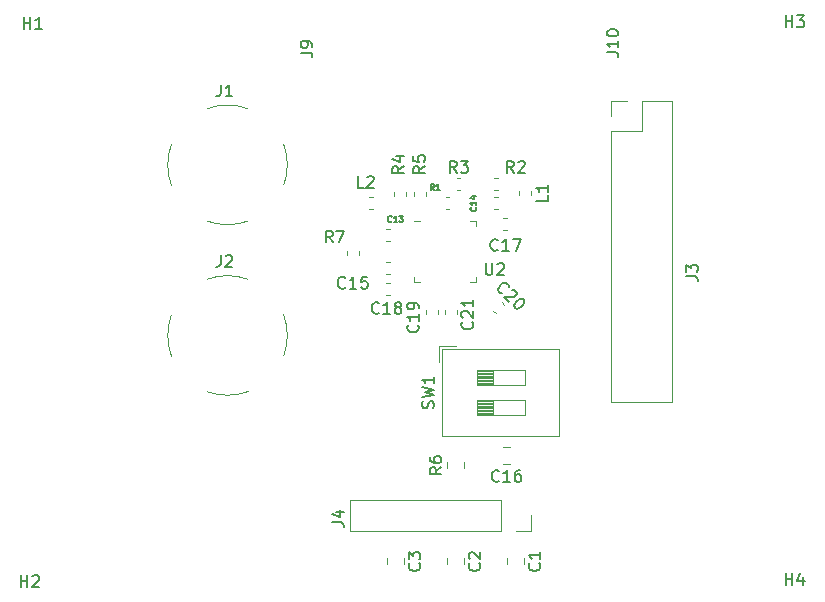
<source format=gbr>
G04 #@! TF.GenerationSoftware,KiCad,Pcbnew,(5.1.6)-1*
G04 #@! TF.CreationDate,2020-10-21T16:40:03-04:00*
G04 #@! TF.ProjectId,SAR_pcb,5341525f-7063-4622-9e6b-696361645f70,rev?*
G04 #@! TF.SameCoordinates,Original*
G04 #@! TF.FileFunction,Legend,Top*
G04 #@! TF.FilePolarity,Positive*
%FSLAX46Y46*%
G04 Gerber Fmt 4.6, Leading zero omitted, Abs format (unit mm)*
G04 Created by KiCad (PCBNEW (5.1.6)-1) date 2020-10-21 16:40:03*
%MOMM*%
%LPD*%
G01*
G04 APERTURE LIST*
%ADD10C,0.120000*%
%ADD11C,0.150000*%
%ADD12C,0.127000*%
G04 APERTURE END LIST*
D10*
G04 #@! TO.C,R7*
X141937200Y-93482479D02*
X141937200Y-93156921D01*
X140917200Y-93482479D02*
X140917200Y-93156921D01*
G04 #@! TO.C,R5*
X147576000Y-88529279D02*
X147576000Y-88203721D01*
X146556000Y-88529279D02*
X146556000Y-88203721D01*
G04 #@! TO.C,R4*
X144905000Y-88203721D02*
X144905000Y-88529279D01*
X145925000Y-88203721D02*
X145925000Y-88529279D01*
G04 #@! TO.C,R3*
X150205221Y-88013000D02*
X150530779Y-88013000D01*
X150205221Y-86993000D02*
X150530779Y-86993000D01*
G04 #@! TO.C,R2*
X153354721Y-88013000D02*
X153680279Y-88013000D01*
X153354721Y-86993000D02*
X153680279Y-86993000D01*
G04 #@! TO.C,R1*
X149267721Y-89664000D02*
X149593279Y-89664000D01*
X149267721Y-88644000D02*
X149593279Y-88644000D01*
G04 #@! TO.C,L2*
X143139279Y-88644000D02*
X142813721Y-88644000D01*
X143139279Y-89664000D02*
X142813721Y-89664000D01*
G04 #@! TO.C,C21*
X149223000Y-98160721D02*
X149223000Y-98486279D01*
X150243000Y-98160721D02*
X150243000Y-98486279D01*
G04 #@! TO.C,C20*
X153293920Y-98236769D02*
X153524125Y-98466974D01*
X154015169Y-97515520D02*
X154245374Y-97745725D01*
G04 #@! TO.C,C19*
X147572000Y-98160721D02*
X147572000Y-98486279D01*
X148592000Y-98160721D02*
X148592000Y-98486279D01*
G04 #@! TO.C,C18*
X144536279Y-95883000D02*
X144210721Y-95883000D01*
X144536279Y-96903000D02*
X144210721Y-96903000D01*
G04 #@! TO.C,C17*
X154167721Y-91442000D02*
X154493279Y-91442000D01*
X154167721Y-90422000D02*
X154493279Y-90422000D01*
G04 #@! TO.C,C15*
X144563932Y-94105000D02*
X144238374Y-94105000D01*
X144563932Y-95125000D02*
X144238374Y-95125000D01*
G04 #@! TO.C,C14*
X153405721Y-89664000D02*
X153731279Y-89664000D01*
X153405721Y-88644000D02*
X153731279Y-88644000D01*
G04 #@! TO.C,C13*
X144587279Y-91311000D02*
X144261721Y-91311000D01*
X144587279Y-92331000D02*
X144261721Y-92331000D01*
G04 #@! TO.C,C1*
X155904000Y-119199922D02*
X155904000Y-119717078D01*
X154484000Y-119199922D02*
X154484000Y-119717078D01*
G04 #@! TO.C,C2*
X149404000Y-119199922D02*
X149404000Y-119717078D01*
X150824000Y-119199922D02*
X150824000Y-119717078D01*
G04 #@! TO.C,C3*
X144324000Y-119199922D02*
X144324000Y-119717078D01*
X145744000Y-119199922D02*
X145744000Y-119717078D01*
G04 #@! TO.C,C16*
X154173422Y-111200000D02*
X154690578Y-111200000D01*
X154173422Y-109780000D02*
X154690578Y-109780000D01*
G04 #@! TO.C,J1*
X126046411Y-84177437D02*
G75*
G03*
X126060000Y-87640100I4763589J-1712663D01*
G01*
X129097337Y-90653689D02*
G75*
G03*
X132560000Y-90640100I1712663J4763589D01*
G01*
X135573589Y-87602763D02*
G75*
G03*
X135560000Y-84140100I-4763589J1712663D01*
G01*
X132522663Y-81126511D02*
G75*
G03*
X129060000Y-81140100I-1712663J-4763589D01*
G01*
G04 #@! TO.C,J2*
X132522663Y-95566411D02*
G75*
G03*
X129060000Y-95580000I-1712663J-4763589D01*
G01*
X135573589Y-102042663D02*
G75*
G03*
X135560000Y-98580000I-4763589J1712663D01*
G01*
X129097337Y-105093589D02*
G75*
G03*
X132560000Y-105080000I1712663J4763589D01*
G01*
X126046411Y-98617337D02*
G75*
G03*
X126060000Y-102080000I4763589J-1712663D01*
G01*
G04 #@! TO.C,J3*
X163262000Y-105978000D02*
X168462000Y-105978000D01*
X163262000Y-83058000D02*
X163262000Y-105978000D01*
X168462000Y-80458000D02*
X168462000Y-105978000D01*
X163262000Y-83058000D02*
X165862000Y-83058000D01*
X165862000Y-83058000D02*
X165862000Y-80458000D01*
X165862000Y-80458000D02*
X168462000Y-80458000D01*
X163262000Y-81788000D02*
X163262000Y-80458000D01*
X163262000Y-80458000D02*
X164592000Y-80458000D01*
G04 #@! TO.C,J4*
X153924000Y-114240000D02*
X153924000Y-116900000D01*
X153924000Y-114240000D02*
X141164000Y-114240000D01*
X141164000Y-114240000D02*
X141164000Y-116900000D01*
X153924000Y-116900000D02*
X141164000Y-116900000D01*
X156524000Y-116900000D02*
X155194000Y-116900000D01*
X156524000Y-115570000D02*
X156524000Y-116900000D01*
G04 #@! TO.C,L1*
X156466000Y-88127721D02*
X156466000Y-88453279D01*
X155446000Y-88127721D02*
X155446000Y-88453279D01*
G04 #@! TO.C,R6*
X149404000Y-111589078D02*
X149404000Y-111071922D01*
X150824000Y-111589078D02*
X150824000Y-111071922D01*
G04 #@! TO.C,SW1*
X148974000Y-101466000D02*
X158874000Y-101466000D01*
X148974000Y-108846000D02*
X158874000Y-108846000D01*
X148974000Y-101466000D02*
X148974000Y-108846000D01*
X158874000Y-101466000D02*
X158874000Y-108846000D01*
X148734000Y-101226000D02*
X150118000Y-101226000D01*
X148734000Y-101226000D02*
X148734000Y-102609000D01*
X151894000Y-103251000D02*
X151894000Y-104521000D01*
X151894000Y-104521000D02*
X155954000Y-104521000D01*
X155954000Y-104521000D02*
X155954000Y-103251000D01*
X155954000Y-103251000D02*
X151894000Y-103251000D01*
X151894000Y-103371000D02*
X153247333Y-103371000D01*
X151894000Y-103491000D02*
X153247333Y-103491000D01*
X151894000Y-103611000D02*
X153247333Y-103611000D01*
X151894000Y-103731000D02*
X153247333Y-103731000D01*
X151894000Y-103851000D02*
X153247333Y-103851000D01*
X151894000Y-103971000D02*
X153247333Y-103971000D01*
X151894000Y-104091000D02*
X153247333Y-104091000D01*
X151894000Y-104211000D02*
X153247333Y-104211000D01*
X151894000Y-104331000D02*
X153247333Y-104331000D01*
X151894000Y-104451000D02*
X153247333Y-104451000D01*
X153247333Y-103251000D02*
X153247333Y-104521000D01*
X151894000Y-105791000D02*
X151894000Y-107061000D01*
X151894000Y-107061000D02*
X155954000Y-107061000D01*
X155954000Y-107061000D02*
X155954000Y-105791000D01*
X155954000Y-105791000D02*
X151894000Y-105791000D01*
X151894000Y-105911000D02*
X153247333Y-105911000D01*
X151894000Y-106031000D02*
X153247333Y-106031000D01*
X151894000Y-106151000D02*
X153247333Y-106151000D01*
X151894000Y-106271000D02*
X153247333Y-106271000D01*
X151894000Y-106391000D02*
X153247333Y-106391000D01*
X151894000Y-106511000D02*
X153247333Y-106511000D01*
X151894000Y-106631000D02*
X153247333Y-106631000D01*
X151894000Y-106751000D02*
X153247333Y-106751000D01*
X151894000Y-106871000D02*
X153247333Y-106871000D01*
X151894000Y-106991000D02*
X153247333Y-106991000D01*
X153247333Y-105791000D02*
X153247333Y-107061000D01*
G04 #@! TO.C,U2*
X151339680Y-90623240D02*
X151814680Y-90623240D01*
X151814680Y-90623240D02*
X151814680Y-91098240D01*
X147069680Y-95843240D02*
X146594680Y-95843240D01*
X146594680Y-95843240D02*
X146594680Y-95368240D01*
X151339680Y-95843240D02*
X151814680Y-95843240D01*
X151814680Y-95843240D02*
X151814680Y-95368240D01*
X147069680Y-90623240D02*
X146594680Y-90623240D01*
G04 #@! TO.C,R7*
D11*
X139698433Y-92451180D02*
X139365100Y-91974990D01*
X139127004Y-92451180D02*
X139127004Y-91451180D01*
X139507957Y-91451180D01*
X139603195Y-91498800D01*
X139650814Y-91546419D01*
X139698433Y-91641657D01*
X139698433Y-91784514D01*
X139650814Y-91879752D01*
X139603195Y-91927371D01*
X139507957Y-91974990D01*
X139127004Y-91974990D01*
X140031766Y-91451180D02*
X140698433Y-91451180D01*
X140269861Y-92451180D01*
G04 #@! TO.C,R5*
X147518380Y-86018666D02*
X147042190Y-86352000D01*
X147518380Y-86590095D02*
X146518380Y-86590095D01*
X146518380Y-86209142D01*
X146566000Y-86113904D01*
X146613619Y-86066285D01*
X146708857Y-86018666D01*
X146851714Y-86018666D01*
X146946952Y-86066285D01*
X146994571Y-86113904D01*
X147042190Y-86209142D01*
X147042190Y-86590095D01*
X146518380Y-85113904D02*
X146518380Y-85590095D01*
X146994571Y-85637714D01*
X146946952Y-85590095D01*
X146899333Y-85494857D01*
X146899333Y-85256761D01*
X146946952Y-85161523D01*
X146994571Y-85113904D01*
X147089809Y-85066285D01*
X147327904Y-85066285D01*
X147423142Y-85113904D01*
X147470761Y-85161523D01*
X147518380Y-85256761D01*
X147518380Y-85494857D01*
X147470761Y-85590095D01*
X147423142Y-85637714D01*
G04 #@! TO.C,R4*
X145740380Y-86018666D02*
X145264190Y-86352000D01*
X145740380Y-86590095D02*
X144740380Y-86590095D01*
X144740380Y-86209142D01*
X144788000Y-86113904D01*
X144835619Y-86066285D01*
X144930857Y-86018666D01*
X145073714Y-86018666D01*
X145168952Y-86066285D01*
X145216571Y-86113904D01*
X145264190Y-86209142D01*
X145264190Y-86590095D01*
X145073714Y-85161523D02*
X145740380Y-85161523D01*
X144692761Y-85399619D02*
X145407047Y-85637714D01*
X145407047Y-85018666D01*
G04 #@! TO.C,R3*
X150201333Y-86558380D02*
X149868000Y-86082190D01*
X149629904Y-86558380D02*
X149629904Y-85558380D01*
X150010857Y-85558380D01*
X150106095Y-85606000D01*
X150153714Y-85653619D01*
X150201333Y-85748857D01*
X150201333Y-85891714D01*
X150153714Y-85986952D01*
X150106095Y-86034571D01*
X150010857Y-86082190D01*
X149629904Y-86082190D01*
X150534666Y-85558380D02*
X151153714Y-85558380D01*
X150820380Y-85939333D01*
X150963238Y-85939333D01*
X151058476Y-85986952D01*
X151106095Y-86034571D01*
X151153714Y-86129809D01*
X151153714Y-86367904D01*
X151106095Y-86463142D01*
X151058476Y-86510761D01*
X150963238Y-86558380D01*
X150677523Y-86558380D01*
X150582285Y-86510761D01*
X150534666Y-86463142D01*
G04 #@! TO.C,R2*
X155027333Y-86558380D02*
X154694000Y-86082190D01*
X154455904Y-86558380D02*
X154455904Y-85558380D01*
X154836857Y-85558380D01*
X154932095Y-85606000D01*
X154979714Y-85653619D01*
X155027333Y-85748857D01*
X155027333Y-85891714D01*
X154979714Y-85986952D01*
X154932095Y-86034571D01*
X154836857Y-86082190D01*
X154455904Y-86082190D01*
X155408285Y-85653619D02*
X155455904Y-85606000D01*
X155551142Y-85558380D01*
X155789238Y-85558380D01*
X155884476Y-85606000D01*
X155932095Y-85653619D01*
X155979714Y-85748857D01*
X155979714Y-85844095D01*
X155932095Y-85986952D01*
X155360666Y-86558380D01*
X155979714Y-86558380D01*
G04 #@! TO.C,R1*
D12*
X148289433Y-88012209D02*
X148120100Y-87770304D01*
X147999147Y-88012209D02*
X147999147Y-87504209D01*
X148192671Y-87504209D01*
X148241052Y-87528400D01*
X148265242Y-87552590D01*
X148289433Y-87600971D01*
X148289433Y-87673542D01*
X148265242Y-87721923D01*
X148241052Y-87746114D01*
X148192671Y-87770304D01*
X147999147Y-87770304D01*
X148773242Y-88012209D02*
X148482957Y-88012209D01*
X148628100Y-88012209D02*
X148628100Y-87504209D01*
X148579719Y-87576780D01*
X148531338Y-87625161D01*
X148482957Y-87649352D01*
G04 #@! TO.C,L2*
D11*
X142327333Y-87828380D02*
X141851142Y-87828380D01*
X141851142Y-86828380D01*
X142613047Y-86923619D02*
X142660666Y-86876000D01*
X142755904Y-86828380D01*
X142994000Y-86828380D01*
X143089238Y-86876000D01*
X143136857Y-86923619D01*
X143184476Y-87018857D01*
X143184476Y-87114095D01*
X143136857Y-87256952D01*
X142565428Y-87828380D01*
X143184476Y-87828380D01*
G04 #@! TO.C,C21*
X151520142Y-99194857D02*
X151567761Y-99242476D01*
X151615380Y-99385333D01*
X151615380Y-99480571D01*
X151567761Y-99623428D01*
X151472523Y-99718666D01*
X151377285Y-99766285D01*
X151186809Y-99813904D01*
X151043952Y-99813904D01*
X150853476Y-99766285D01*
X150758238Y-99718666D01*
X150663000Y-99623428D01*
X150615380Y-99480571D01*
X150615380Y-99385333D01*
X150663000Y-99242476D01*
X150710619Y-99194857D01*
X150710619Y-98813904D02*
X150663000Y-98766285D01*
X150615380Y-98671047D01*
X150615380Y-98432952D01*
X150663000Y-98337714D01*
X150710619Y-98290095D01*
X150805857Y-98242476D01*
X150901095Y-98242476D01*
X151043952Y-98290095D01*
X151615380Y-98861523D01*
X151615380Y-98242476D01*
X151615380Y-97290095D02*
X151615380Y-97861523D01*
X151615380Y-97575809D02*
X150615380Y-97575809D01*
X150758238Y-97671047D01*
X150853476Y-97766285D01*
X150901095Y-97861523D01*
G04 #@! TO.C,C20*
X154073703Y-96778053D02*
X154006359Y-96778053D01*
X153871672Y-96710709D01*
X153804329Y-96643366D01*
X153736985Y-96508679D01*
X153736985Y-96373992D01*
X153770657Y-96272977D01*
X153871672Y-96104618D01*
X153972687Y-96003603D01*
X154141046Y-95902587D01*
X154242061Y-95868916D01*
X154376748Y-95868916D01*
X154511435Y-95936259D01*
X154578779Y-96003603D01*
X154646122Y-96138290D01*
X154646122Y-96205633D01*
X154915497Y-96475007D02*
X154982840Y-96475007D01*
X155083855Y-96508679D01*
X155252214Y-96677038D01*
X155285886Y-96778053D01*
X155285886Y-96845396D01*
X155252214Y-96946412D01*
X155184871Y-97013755D01*
X155050184Y-97081099D01*
X154242061Y-97081099D01*
X154679794Y-97518832D01*
X155824634Y-97249458D02*
X155891977Y-97316801D01*
X155925649Y-97417816D01*
X155925649Y-97485160D01*
X155891977Y-97586175D01*
X155790962Y-97754534D01*
X155622603Y-97922893D01*
X155454245Y-98023908D01*
X155353229Y-98057580D01*
X155285886Y-98057580D01*
X155184871Y-98023908D01*
X155117527Y-97956564D01*
X155083855Y-97855549D01*
X155083855Y-97788206D01*
X155117527Y-97687190D01*
X155218542Y-97518832D01*
X155386901Y-97350473D01*
X155555260Y-97249458D01*
X155656275Y-97215786D01*
X155723619Y-97215786D01*
X155824634Y-97249458D01*
G04 #@! TO.C,C19*
X146915142Y-99448857D02*
X146962761Y-99496476D01*
X147010380Y-99639333D01*
X147010380Y-99734571D01*
X146962761Y-99877428D01*
X146867523Y-99972666D01*
X146772285Y-100020285D01*
X146581809Y-100067904D01*
X146438952Y-100067904D01*
X146248476Y-100020285D01*
X146153238Y-99972666D01*
X146058000Y-99877428D01*
X146010380Y-99734571D01*
X146010380Y-99639333D01*
X146058000Y-99496476D01*
X146105619Y-99448857D01*
X147010380Y-98496476D02*
X147010380Y-99067904D01*
X147010380Y-98782190D02*
X146010380Y-98782190D01*
X146153238Y-98877428D01*
X146248476Y-98972666D01*
X146296095Y-99067904D01*
X147010380Y-98020285D02*
X147010380Y-97829809D01*
X146962761Y-97734571D01*
X146915142Y-97686952D01*
X146772285Y-97591714D01*
X146581809Y-97544095D01*
X146200857Y-97544095D01*
X146105619Y-97591714D01*
X146058000Y-97639333D01*
X146010380Y-97734571D01*
X146010380Y-97925047D01*
X146058000Y-98020285D01*
X146105619Y-98067904D01*
X146200857Y-98115523D01*
X146438952Y-98115523D01*
X146534190Y-98067904D01*
X146581809Y-98020285D01*
X146629428Y-97925047D01*
X146629428Y-97734571D01*
X146581809Y-97639333D01*
X146534190Y-97591714D01*
X146438952Y-97544095D01*
G04 #@! TO.C,C18*
X143629142Y-98401142D02*
X143581523Y-98448761D01*
X143438666Y-98496380D01*
X143343428Y-98496380D01*
X143200571Y-98448761D01*
X143105333Y-98353523D01*
X143057714Y-98258285D01*
X143010095Y-98067809D01*
X143010095Y-97924952D01*
X143057714Y-97734476D01*
X143105333Y-97639238D01*
X143200571Y-97544000D01*
X143343428Y-97496380D01*
X143438666Y-97496380D01*
X143581523Y-97544000D01*
X143629142Y-97591619D01*
X144581523Y-98496380D02*
X144010095Y-98496380D01*
X144295809Y-98496380D02*
X144295809Y-97496380D01*
X144200571Y-97639238D01*
X144105333Y-97734476D01*
X144010095Y-97782095D01*
X145152952Y-97924952D02*
X145057714Y-97877333D01*
X145010095Y-97829714D01*
X144962476Y-97734476D01*
X144962476Y-97686857D01*
X145010095Y-97591619D01*
X145057714Y-97544000D01*
X145152952Y-97496380D01*
X145343428Y-97496380D01*
X145438666Y-97544000D01*
X145486285Y-97591619D01*
X145533904Y-97686857D01*
X145533904Y-97734476D01*
X145486285Y-97829714D01*
X145438666Y-97877333D01*
X145343428Y-97924952D01*
X145152952Y-97924952D01*
X145057714Y-97972571D01*
X145010095Y-98020190D01*
X144962476Y-98115428D01*
X144962476Y-98305904D01*
X145010095Y-98401142D01*
X145057714Y-98448761D01*
X145152952Y-98496380D01*
X145343428Y-98496380D01*
X145438666Y-98448761D01*
X145486285Y-98401142D01*
X145533904Y-98305904D01*
X145533904Y-98115428D01*
X145486285Y-98020190D01*
X145438666Y-97972571D01*
X145343428Y-97924952D01*
G04 #@! TO.C,C17*
X153687642Y-93067142D02*
X153640023Y-93114761D01*
X153497166Y-93162380D01*
X153401928Y-93162380D01*
X153259071Y-93114761D01*
X153163833Y-93019523D01*
X153116214Y-92924285D01*
X153068595Y-92733809D01*
X153068595Y-92590952D01*
X153116214Y-92400476D01*
X153163833Y-92305238D01*
X153259071Y-92210000D01*
X153401928Y-92162380D01*
X153497166Y-92162380D01*
X153640023Y-92210000D01*
X153687642Y-92257619D01*
X154640023Y-93162380D02*
X154068595Y-93162380D01*
X154354309Y-93162380D02*
X154354309Y-92162380D01*
X154259071Y-92305238D01*
X154163833Y-92400476D01*
X154068595Y-92448095D01*
X154973357Y-92162380D02*
X155640023Y-92162380D01*
X155211452Y-93162380D01*
G04 #@! TO.C,C15*
X140771642Y-96267542D02*
X140724023Y-96315161D01*
X140581166Y-96362780D01*
X140485928Y-96362780D01*
X140343071Y-96315161D01*
X140247833Y-96219923D01*
X140200214Y-96124685D01*
X140152595Y-95934209D01*
X140152595Y-95791352D01*
X140200214Y-95600876D01*
X140247833Y-95505638D01*
X140343071Y-95410400D01*
X140485928Y-95362780D01*
X140581166Y-95362780D01*
X140724023Y-95410400D01*
X140771642Y-95458019D01*
X141724023Y-96362780D02*
X141152595Y-96362780D01*
X141438309Y-96362780D02*
X141438309Y-95362780D01*
X141343071Y-95505638D01*
X141247833Y-95600876D01*
X141152595Y-95648495D01*
X142628785Y-95362780D02*
X142152595Y-95362780D01*
X142104976Y-95838971D01*
X142152595Y-95791352D01*
X142247833Y-95743733D01*
X142485928Y-95743733D01*
X142581166Y-95791352D01*
X142628785Y-95838971D01*
X142676404Y-95934209D01*
X142676404Y-96172304D01*
X142628785Y-96267542D01*
X142581166Y-96315161D01*
X142485928Y-96362780D01*
X142247833Y-96362780D01*
X142152595Y-96315161D01*
X142104976Y-96267542D01*
G04 #@! TO.C,C14*
D12*
X151819428Y-89480571D02*
X151843619Y-89504761D01*
X151867809Y-89577333D01*
X151867809Y-89625714D01*
X151843619Y-89698285D01*
X151795238Y-89746666D01*
X151746857Y-89770857D01*
X151650095Y-89795047D01*
X151577523Y-89795047D01*
X151480761Y-89770857D01*
X151432380Y-89746666D01*
X151384000Y-89698285D01*
X151359809Y-89625714D01*
X151359809Y-89577333D01*
X151384000Y-89504761D01*
X151408190Y-89480571D01*
X151867809Y-88996761D02*
X151867809Y-89287047D01*
X151867809Y-89141904D02*
X151359809Y-89141904D01*
X151432380Y-89190285D01*
X151480761Y-89238666D01*
X151504952Y-89287047D01*
X151529142Y-88561333D02*
X151867809Y-88561333D01*
X151335619Y-88682285D02*
X151698476Y-88803238D01*
X151698476Y-88488761D01*
G04 #@! TO.C,C13*
X144694728Y-90681628D02*
X144670538Y-90705819D01*
X144597966Y-90730009D01*
X144549585Y-90730009D01*
X144477014Y-90705819D01*
X144428633Y-90657438D01*
X144404442Y-90609057D01*
X144380252Y-90512295D01*
X144380252Y-90439723D01*
X144404442Y-90342961D01*
X144428633Y-90294580D01*
X144477014Y-90246200D01*
X144549585Y-90222009D01*
X144597966Y-90222009D01*
X144670538Y-90246200D01*
X144694728Y-90270390D01*
X145178538Y-90730009D02*
X144888252Y-90730009D01*
X145033395Y-90730009D02*
X145033395Y-90222009D01*
X144985014Y-90294580D01*
X144936633Y-90342961D01*
X144888252Y-90367152D01*
X145347871Y-90222009D02*
X145662347Y-90222009D01*
X145493014Y-90415533D01*
X145565585Y-90415533D01*
X145613966Y-90439723D01*
X145638157Y-90463914D01*
X145662347Y-90512295D01*
X145662347Y-90633247D01*
X145638157Y-90681628D01*
X145613966Y-90705819D01*
X145565585Y-90730009D01*
X145420442Y-90730009D01*
X145372061Y-90705819D01*
X145347871Y-90681628D01*
G04 #@! TO.C,J10*
D11*
X162901380Y-76374523D02*
X163615666Y-76374523D01*
X163758523Y-76422142D01*
X163853761Y-76517380D01*
X163901380Y-76660238D01*
X163901380Y-76755476D01*
X163901380Y-75374523D02*
X163901380Y-75945952D01*
X163901380Y-75660238D02*
X162901380Y-75660238D01*
X163044238Y-75755476D01*
X163139476Y-75850714D01*
X163187095Y-75945952D01*
X162901380Y-74755476D02*
X162901380Y-74660238D01*
X162949000Y-74565000D01*
X162996619Y-74517380D01*
X163091857Y-74469761D01*
X163282333Y-74422142D01*
X163520428Y-74422142D01*
X163710904Y-74469761D01*
X163806142Y-74517380D01*
X163853761Y-74565000D01*
X163901380Y-74660238D01*
X163901380Y-74755476D01*
X163853761Y-74850714D01*
X163806142Y-74898333D01*
X163710904Y-74945952D01*
X163520428Y-74993571D01*
X163282333Y-74993571D01*
X163091857Y-74945952D01*
X162996619Y-74898333D01*
X162949000Y-74850714D01*
X162901380Y-74755476D01*
G04 #@! TO.C,J9*
X136993380Y-76394412D02*
X137707666Y-76394412D01*
X137850523Y-76442031D01*
X137945761Y-76537269D01*
X137993380Y-76680126D01*
X137993380Y-76775364D01*
X137993380Y-75870602D02*
X137993380Y-75680126D01*
X137945761Y-75584888D01*
X137898142Y-75537269D01*
X137755285Y-75442031D01*
X137564809Y-75394412D01*
X137183857Y-75394412D01*
X137088619Y-75442031D01*
X137041000Y-75489650D01*
X136993380Y-75584888D01*
X136993380Y-75775364D01*
X137041000Y-75870602D01*
X137088619Y-75918221D01*
X137183857Y-75965840D01*
X137421952Y-75965840D01*
X137517190Y-75918221D01*
X137564809Y-75870602D01*
X137612428Y-75775364D01*
X137612428Y-75584888D01*
X137564809Y-75489650D01*
X137517190Y-75442031D01*
X137421952Y-75394412D01*
G04 #@! TO.C,C1*
X157201142Y-119625166D02*
X157248761Y-119672785D01*
X157296380Y-119815642D01*
X157296380Y-119910880D01*
X157248761Y-120053738D01*
X157153523Y-120148976D01*
X157058285Y-120196595D01*
X156867809Y-120244214D01*
X156724952Y-120244214D01*
X156534476Y-120196595D01*
X156439238Y-120148976D01*
X156344000Y-120053738D01*
X156296380Y-119910880D01*
X156296380Y-119815642D01*
X156344000Y-119672785D01*
X156391619Y-119625166D01*
X157296380Y-118672785D02*
X157296380Y-119244214D01*
X157296380Y-118958500D02*
X156296380Y-118958500D01*
X156439238Y-119053738D01*
X156534476Y-119148976D01*
X156582095Y-119244214D01*
G04 #@! TO.C,C2*
X152121142Y-119625166D02*
X152168761Y-119672785D01*
X152216380Y-119815642D01*
X152216380Y-119910880D01*
X152168761Y-120053738D01*
X152073523Y-120148976D01*
X151978285Y-120196595D01*
X151787809Y-120244214D01*
X151644952Y-120244214D01*
X151454476Y-120196595D01*
X151359238Y-120148976D01*
X151264000Y-120053738D01*
X151216380Y-119910880D01*
X151216380Y-119815642D01*
X151264000Y-119672785D01*
X151311619Y-119625166D01*
X151311619Y-119244214D02*
X151264000Y-119196595D01*
X151216380Y-119101357D01*
X151216380Y-118863261D01*
X151264000Y-118768023D01*
X151311619Y-118720404D01*
X151406857Y-118672785D01*
X151502095Y-118672785D01*
X151644952Y-118720404D01*
X152216380Y-119291833D01*
X152216380Y-118672785D01*
G04 #@! TO.C,C3*
X147041142Y-119625166D02*
X147088761Y-119672785D01*
X147136380Y-119815642D01*
X147136380Y-119910880D01*
X147088761Y-120053738D01*
X146993523Y-120148976D01*
X146898285Y-120196595D01*
X146707809Y-120244214D01*
X146564952Y-120244214D01*
X146374476Y-120196595D01*
X146279238Y-120148976D01*
X146184000Y-120053738D01*
X146136380Y-119910880D01*
X146136380Y-119815642D01*
X146184000Y-119672785D01*
X146231619Y-119625166D01*
X146136380Y-119291833D02*
X146136380Y-118672785D01*
X146517333Y-119006119D01*
X146517333Y-118863261D01*
X146564952Y-118768023D01*
X146612571Y-118720404D01*
X146707809Y-118672785D01*
X146945904Y-118672785D01*
X147041142Y-118720404D01*
X147088761Y-118768023D01*
X147136380Y-118863261D01*
X147136380Y-119148976D01*
X147088761Y-119244214D01*
X147041142Y-119291833D01*
G04 #@! TO.C,C16*
X153789142Y-112625142D02*
X153741523Y-112672761D01*
X153598666Y-112720380D01*
X153503428Y-112720380D01*
X153360571Y-112672761D01*
X153265333Y-112577523D01*
X153217714Y-112482285D01*
X153170095Y-112291809D01*
X153170095Y-112148952D01*
X153217714Y-111958476D01*
X153265333Y-111863238D01*
X153360571Y-111768000D01*
X153503428Y-111720380D01*
X153598666Y-111720380D01*
X153741523Y-111768000D01*
X153789142Y-111815619D01*
X154741523Y-112720380D02*
X154170095Y-112720380D01*
X154455809Y-112720380D02*
X154455809Y-111720380D01*
X154360571Y-111863238D01*
X154265333Y-111958476D01*
X154170095Y-112006095D01*
X155598666Y-111720380D02*
X155408190Y-111720380D01*
X155312952Y-111768000D01*
X155265333Y-111815619D01*
X155170095Y-111958476D01*
X155122476Y-112148952D01*
X155122476Y-112529904D01*
X155170095Y-112625142D01*
X155217714Y-112672761D01*
X155312952Y-112720380D01*
X155503428Y-112720380D01*
X155598666Y-112672761D01*
X155646285Y-112625142D01*
X155693904Y-112529904D01*
X155693904Y-112291809D01*
X155646285Y-112196571D01*
X155598666Y-112148952D01*
X155503428Y-112101333D01*
X155312952Y-112101333D01*
X155217714Y-112148952D01*
X155170095Y-112196571D01*
X155122476Y-112291809D01*
G04 #@! TO.C,H1*
X113538095Y-74366380D02*
X113538095Y-73366380D01*
X113538095Y-73842571D02*
X114109523Y-73842571D01*
X114109523Y-74366380D02*
X114109523Y-73366380D01*
X115109523Y-74366380D02*
X114538095Y-74366380D01*
X114823809Y-74366380D02*
X114823809Y-73366380D01*
X114728571Y-73509238D01*
X114633333Y-73604476D01*
X114538095Y-73652095D01*
G04 #@! TO.C,H2*
X113284095Y-121610380D02*
X113284095Y-120610380D01*
X113284095Y-121086571D02*
X113855523Y-121086571D01*
X113855523Y-121610380D02*
X113855523Y-120610380D01*
X114284095Y-120705619D02*
X114331714Y-120658000D01*
X114426952Y-120610380D01*
X114665047Y-120610380D01*
X114760285Y-120658000D01*
X114807904Y-120705619D01*
X114855523Y-120800857D01*
X114855523Y-120896095D01*
X114807904Y-121038952D01*
X114236476Y-121610380D01*
X114855523Y-121610380D01*
G04 #@! TO.C,H3*
X178054095Y-74239380D02*
X178054095Y-73239380D01*
X178054095Y-73715571D02*
X178625523Y-73715571D01*
X178625523Y-74239380D02*
X178625523Y-73239380D01*
X179006476Y-73239380D02*
X179625523Y-73239380D01*
X179292190Y-73620333D01*
X179435047Y-73620333D01*
X179530285Y-73667952D01*
X179577904Y-73715571D01*
X179625523Y-73810809D01*
X179625523Y-74048904D01*
X179577904Y-74144142D01*
X179530285Y-74191761D01*
X179435047Y-74239380D01*
X179149333Y-74239380D01*
X179054095Y-74191761D01*
X179006476Y-74144142D01*
G04 #@! TO.C,H4*
X178054095Y-121483380D02*
X178054095Y-120483380D01*
X178054095Y-120959571D02*
X178625523Y-120959571D01*
X178625523Y-121483380D02*
X178625523Y-120483380D01*
X179530285Y-120816714D02*
X179530285Y-121483380D01*
X179292190Y-120435761D02*
X179054095Y-121150047D01*
X179673142Y-121150047D01*
G04 #@! TO.C,J1*
X130226666Y-79092480D02*
X130226666Y-79806766D01*
X130179047Y-79949623D01*
X130083809Y-80044861D01*
X129940952Y-80092480D01*
X129845714Y-80092480D01*
X131226666Y-80092480D02*
X130655238Y-80092480D01*
X130940952Y-80092480D02*
X130940952Y-79092480D01*
X130845714Y-79235338D01*
X130750476Y-79330576D01*
X130655238Y-79378195D01*
G04 #@! TO.C,J2*
X130226666Y-93532380D02*
X130226666Y-94246666D01*
X130179047Y-94389523D01*
X130083809Y-94484761D01*
X129940952Y-94532380D01*
X129845714Y-94532380D01*
X130655238Y-93627619D02*
X130702857Y-93580000D01*
X130798095Y-93532380D01*
X131036190Y-93532380D01*
X131131428Y-93580000D01*
X131179047Y-93627619D01*
X131226666Y-93722857D01*
X131226666Y-93818095D01*
X131179047Y-93960952D01*
X130607619Y-94532380D01*
X131226666Y-94532380D01*
G04 #@! TO.C,J3*
X169632380Y-95329333D02*
X170346666Y-95329333D01*
X170489523Y-95376952D01*
X170584761Y-95472190D01*
X170632380Y-95615047D01*
X170632380Y-95710285D01*
X169632380Y-94948380D02*
X169632380Y-94329333D01*
X170013333Y-94662666D01*
X170013333Y-94519809D01*
X170060952Y-94424571D01*
X170108571Y-94376952D01*
X170203809Y-94329333D01*
X170441904Y-94329333D01*
X170537142Y-94376952D01*
X170584761Y-94424571D01*
X170632380Y-94519809D01*
X170632380Y-94805523D01*
X170584761Y-94900761D01*
X170537142Y-94948380D01*
G04 #@! TO.C,J4*
X139660380Y-116157333D02*
X140374666Y-116157333D01*
X140517523Y-116204952D01*
X140612761Y-116300190D01*
X140660380Y-116443047D01*
X140660380Y-116538285D01*
X139993714Y-115252571D02*
X140660380Y-115252571D01*
X139612761Y-115490666D02*
X140327047Y-115728761D01*
X140327047Y-115109714D01*
G04 #@! TO.C,L1*
X157932380Y-88431666D02*
X157932380Y-88907857D01*
X156932380Y-88907857D01*
X157932380Y-87574523D02*
X157932380Y-88145952D01*
X157932380Y-87860238D02*
X156932380Y-87860238D01*
X157075238Y-87955476D01*
X157170476Y-88050714D01*
X157218095Y-88145952D01*
G04 #@! TO.C,R6*
X148916380Y-111497166D02*
X148440190Y-111830500D01*
X148916380Y-112068595D02*
X147916380Y-112068595D01*
X147916380Y-111687642D01*
X147964000Y-111592404D01*
X148011619Y-111544785D01*
X148106857Y-111497166D01*
X148249714Y-111497166D01*
X148344952Y-111544785D01*
X148392571Y-111592404D01*
X148440190Y-111687642D01*
X148440190Y-112068595D01*
X147916380Y-110640023D02*
X147916380Y-110830500D01*
X147964000Y-110925738D01*
X148011619Y-110973357D01*
X148154476Y-111068595D01*
X148344952Y-111116214D01*
X148725904Y-111116214D01*
X148821142Y-111068595D01*
X148868761Y-111020976D01*
X148916380Y-110925738D01*
X148916380Y-110735261D01*
X148868761Y-110640023D01*
X148821142Y-110592404D01*
X148725904Y-110544785D01*
X148487809Y-110544785D01*
X148392571Y-110592404D01*
X148344952Y-110640023D01*
X148297333Y-110735261D01*
X148297333Y-110925738D01*
X148344952Y-111020976D01*
X148392571Y-111068595D01*
X148487809Y-111116214D01*
G04 #@! TO.C,SW1*
X148232761Y-106489333D02*
X148280380Y-106346476D01*
X148280380Y-106108380D01*
X148232761Y-106013142D01*
X148185142Y-105965523D01*
X148089904Y-105917904D01*
X147994666Y-105917904D01*
X147899428Y-105965523D01*
X147851809Y-106013142D01*
X147804190Y-106108380D01*
X147756571Y-106298857D01*
X147708952Y-106394095D01*
X147661333Y-106441714D01*
X147566095Y-106489333D01*
X147470857Y-106489333D01*
X147375619Y-106441714D01*
X147328000Y-106394095D01*
X147280380Y-106298857D01*
X147280380Y-106060761D01*
X147328000Y-105917904D01*
X147280380Y-105584571D02*
X148280380Y-105346476D01*
X147566095Y-105156000D01*
X148280380Y-104965523D01*
X147280380Y-104727428D01*
X148280380Y-103822666D02*
X148280380Y-104394095D01*
X148280380Y-104108380D02*
X147280380Y-104108380D01*
X147423238Y-104203619D01*
X147518476Y-104298857D01*
X147566095Y-104394095D01*
G04 #@! TO.C,U2*
X152654095Y-94194380D02*
X152654095Y-95003904D01*
X152701714Y-95099142D01*
X152749333Y-95146761D01*
X152844571Y-95194380D01*
X153035047Y-95194380D01*
X153130285Y-95146761D01*
X153177904Y-95099142D01*
X153225523Y-95003904D01*
X153225523Y-94194380D01*
X153654095Y-94289619D02*
X153701714Y-94242000D01*
X153796952Y-94194380D01*
X154035047Y-94194380D01*
X154130285Y-94242000D01*
X154177904Y-94289619D01*
X154225523Y-94384857D01*
X154225523Y-94480095D01*
X154177904Y-94622952D01*
X153606476Y-95194380D01*
X154225523Y-95194380D01*
G04 #@! TD*
M02*

</source>
